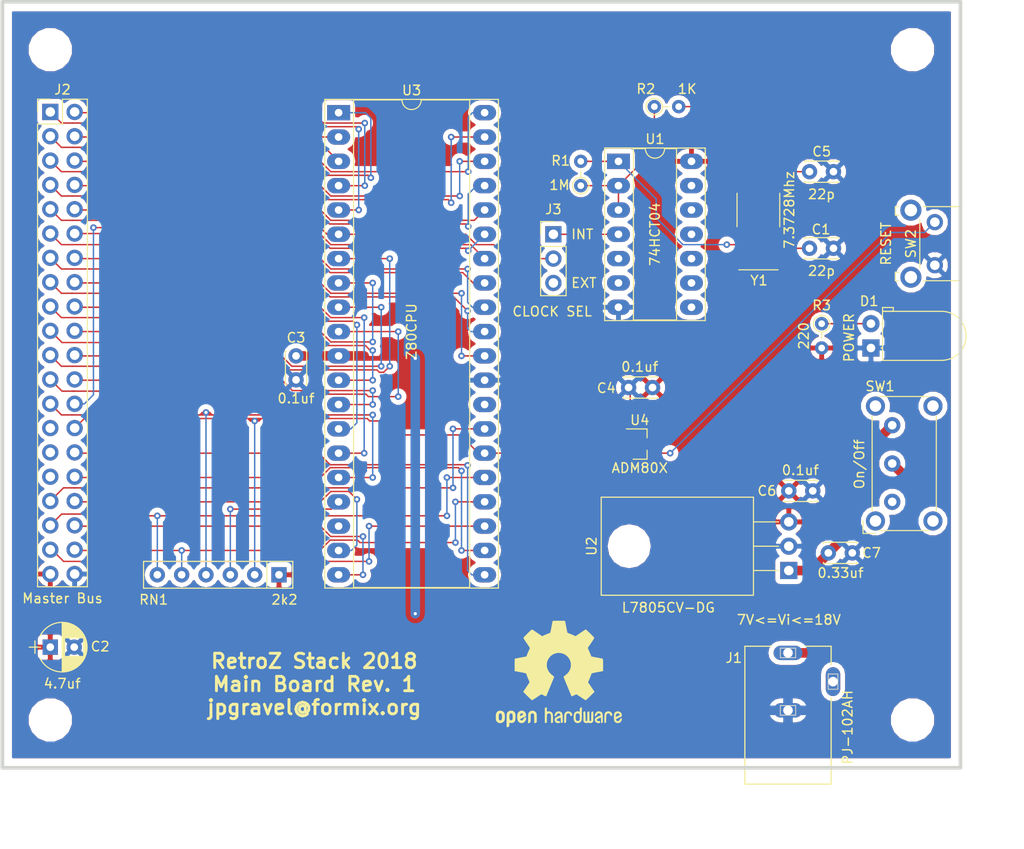
<source format=kicad_pcb>
(kicad_pcb (version 4) (host pcbnew 4.0.7)
  (title_block (title "RetroZ Stack Main") (date 2018-09-04) (rev 1) (company formix.org) (comment 1 jpgravel@formix.org) (comment 2 "Jean-Philippe Gravel, P.Eng."))
  (layers (0 F.Cu jumper) (31 B.Cu signal) (34 B.Paste user) (35 F.Paste user) (36 B.SilkS user) (37 F.SilkS user) (38 B.Mask user) (39 F.Mask user) (44 Edge.Cuts user))
  (net 0 "")
  (net 1 "Net-(C1-Pad1)")
  (net 2 GND)
  (net 3 VCC)
  (net 4 "Net-(D1-Pad2)")
  (net 5 /A15)
  (net 6 /A14)
  (net 7 /A13)
  (net 8 /A12)
  (net 9 /A11)
  (net 10 /A10)
  (net 11 /A9)
  (net 12 /A8)
  (net 13 /A7)
  (net 14 /A6)
  (net 15 /A5)
  (net 16 /A4)
  (net 17 /A3)
  (net 18 /A2)
  (net 19 /A1)
  (net 20 /A0)
  (net 21 /D0)
  (net 22 /D1)
  (net 23 /D2)
  (net 24 /D3)
  (net 25 /D4)
  (net 26 /D5)
  (net 27 /D6)
  (net 28 /D7)
  (net 29 ~INT)
  (net 30 CLK)
  (net 31 ~RESET)
  (net 32 ~RD)
  (net 33 ~WR)
  (net 34 ~M1)
  (net 35 ~MREQ)
  (net 36 ~IORQ)
  (net 37 ~WAIT)
  (net 38 "Net-(R1-Pad1)")
  (net 39 "Net-(C5-Pad1)")
  (net 40 "Net-(C7-Pad1)")
  (net 41 "Net-(J1-Pad3)")
  (net 42 "Net-(SW1-Pad1)")
  (net 43 "Net-(U3-Pad28)")
  (net 44 "Net-(U3-Pad18)")
  (net 45 "Net-(J2-Pad29)")
  (net 46 "Net-(J2-Pad31)")
  (net 47 ~BUSRQ)
  (net 48 ~BUSACK)
  (net 49 "Net-(J2-Pad27)")
  (net 50 "Net-(RN1-Pad3)")
  (net 51 "Net-(J1-Pad1)")
  (net 52 "Net-(J3-Pad1)")
  (net 53 "Net-(J3-Pad3)")
  (module Housings_DIP:DIP-40_W15.24mm_Socket_LongPads (layer F.Cu) (at 125.095 68.58)
    (fp_text reference U3 (at 7.62 -2.33) (layer F.SilkS))
    (fp_text value Z80CPU (at 7.62 22.86 90) (layer F.SilkS))
    (pad 1 thru_hole rect (at 0 0) (size 2.4 1.6) (drill 0.8) (layers *.Cu *.Mask) (net 9 /A11))
    (pad 21 thru_hole oval (at 15.24 48.26) (size 2.4 1.6) (drill 0.8) (layers *.Cu *.Mask) (net 32 ~RD))
    (pad 2 thru_hole oval (at 0 2.54) (size 2.4 1.6) (drill 0.8) (layers *.Cu *.Mask) (net 8 /A12))
    (pad 22 thru_hole oval (at 15.24 45.72) (size 2.4 1.6) (drill 0.8) (layers *.Cu *.Mask) (net 33 ~WR))
    (pad 3 thru_hole oval (at 0 5.08) (size 2.4 1.6) (drill 0.8) (layers *.Cu *.Mask) (net 7 /A13))
    (pad 23 thru_hole oval (at 15.24 43.18) (size 2.4 1.6) (drill 0.8) (layers *.Cu *.Mask) (net 48 ~BUSACK))
    (pad 4 thru_hole oval (at 0 7.62) (size 2.4 1.6) (drill 0.8) (layers *.Cu *.Mask) (net 6 /A14))
    (pad 24 thru_hole oval (at 15.24 40.64) (size 2.4 1.6) (drill 0.8) (layers *.Cu *.Mask) (net 37 ~WAIT))
    (pad 5 thru_hole oval (at 0 10.16) (size 2.4 1.6) (drill 0.8) (layers *.Cu *.Mask) (net 5 /A15))
    (pad 25 thru_hole oval (at 15.24 38.1) (size 2.4 1.6) (drill 0.8) (layers *.Cu *.Mask) (net 47 ~BUSRQ))
    (pad 6 thru_hole oval (at 0 12.7) (size 2.4 1.6) (drill 0.8) (layers *.Cu *.Mask) (net 30 CLK))
    (pad 26 thru_hole oval (at 15.24 35.56) (size 2.4 1.6) (drill 0.8) (layers *.Cu *.Mask) (net 31 ~RESET))
    (pad 7 thru_hole oval (at 0 15.24) (size 2.4 1.6) (drill 0.8) (layers *.Cu *.Mask) (net 25 /D4))
    (pad 27 thru_hole oval (at 15.24 33.02) (size 2.4 1.6) (drill 0.8) (layers *.Cu *.Mask) (net 34 ~M1))
    (pad 8 thru_hole oval (at 0 17.78) (size 2.4 1.6) (drill 0.8) (layers *.Cu *.Mask) (net 24 /D3))
    (pad 28 thru_hole oval (at 15.24 30.48) (size 2.4 1.6) (drill 0.8) (layers *.Cu *.Mask) (net 43 "Net-(U3-Pad28)"))
    (pad 9 thru_hole oval (at 0 20.32) (size 2.4 1.6) (drill 0.8) (layers *.Cu *.Mask) (net 26 /D5))
    (pad 29 thru_hole oval (at 15.24 27.94) (size 2.4 1.6) (drill 0.8) (layers *.Cu *.Mask) (net 2 GND))
    (pad 10 thru_hole oval (at 0 22.86) (size 2.4 1.6) (drill 0.8) (layers *.Cu *.Mask) (net 27 /D6))
    (pad 30 thru_hole oval (at 15.24 25.4) (size 2.4 1.6) (drill 0.8) (layers *.Cu *.Mask) (net 20 /A0))
    (pad 11 thru_hole oval (at 0 25.4) (size 2.4 1.6) (drill 0.8) (layers *.Cu *.Mask) (net 3 VCC))
    (pad 31 thru_hole oval (at 15.24 22.86) (size 2.4 1.6) (drill 0.8) (layers *.Cu *.Mask) (net 19 /A1))
    (pad 12 thru_hole oval (at 0 27.94) (size 2.4 1.6) (drill 0.8) (layers *.Cu *.Mask) (net 23 /D2))
    (pad 32 thru_hole oval (at 15.24 20.32) (size 2.4 1.6) (drill 0.8) (layers *.Cu *.Mask) (net 18 /A2))
    (pad 13 thru_hole oval (at 0 30.48) (size 2.4 1.6) (drill 0.8) (layers *.Cu *.Mask) (net 28 /D7))
    (pad 33 thru_hole oval (at 15.24 17.78) (size 2.4 1.6) (drill 0.8) (layers *.Cu *.Mask) (net 17 /A3))
    (pad 14 thru_hole oval (at 0 33.02) (size 2.4 1.6) (drill 0.8) (layers *.Cu *.Mask) (net 21 /D0))
    (pad 34 thru_hole oval (at 15.24 15.24) (size 2.4 1.6) (drill 0.8) (layers *.Cu *.Mask) (net 16 /A4))
    (pad 15 thru_hole oval (at 0 35.56) (size 2.4 1.6) (drill 0.8) (layers *.Cu *.Mask) (net 22 /D1))
    (pad 35 thru_hole oval (at 15.24 12.7) (size 2.4 1.6) (drill 0.8) (layers *.Cu *.Mask) (net 15 /A5))
    (pad 16 thru_hole oval (at 0 38.1) (size 2.4 1.6) (drill 0.8) (layers *.Cu *.Mask) (net 29 ~INT))
    (pad 36 thru_hole oval (at 15.24 10.16) (size 2.4 1.6) (drill 0.8) (layers *.Cu *.Mask) (net 14 /A6))
    (pad 17 thru_hole oval (at 0 40.64) (size 2.4 1.6) (drill 0.8) (layers *.Cu *.Mask) (net 50 "Net-(RN1-Pad3)"))
    (pad 37 thru_hole oval (at 15.24 7.62) (size 2.4 1.6) (drill 0.8) (layers *.Cu *.Mask) (net 13 /A7))
    (pad 18 thru_hole oval (at 0 43.18) (size 2.4 1.6) (drill 0.8) (layers *.Cu *.Mask) (net 44 "Net-(U3-Pad18)"))
    (pad 38 thru_hole oval (at 15.24 5.08) (size 2.4 1.6) (drill 0.8) (layers *.Cu *.Mask) (net 12 /A8))
    (pad 19 thru_hole oval (at 0 45.72) (size 2.4 1.6) (drill 0.8) (layers *.Cu *.Mask) (net 35 ~MREQ))
    (pad 39 thru_hole oval (at 15.24 2.54) (size 2.4 1.6) (drill 0.8) (layers *.Cu *.Mask) (net 11 /A9))
    (pad 20 thru_hole oval (at 0 48.26) (size 2.4 1.6) (drill 0.8) (layers *.Cu *.Mask) (net 36 ~IORQ))
    (pad 40 thru_hole oval (at 15.24 0) (size 2.4 1.6) (drill 0.8) (layers *.Cu *.Mask) (net 10 /A10))
  )
  (module Capacitors_THT:C_Disc_D3.4mm_W2.1mm_P2.50mm (layer F.Cu) (at 174.244 82.7405)
    (fp_text reference C1 (at 1.2065 -1.9685) (layer F.SilkS))
    (fp_text value 22p (at 1.25 2.36) (layer F.SilkS))
    (pad 1 thru_hole circle (at 0 0) (size 1.6 1.6) (drill 0.8) (layers *.Cu *.Mask) (net 1 "Net-(C1-Pad1)"))
    (pad 2 thru_hole circle (at 2.5 0) (size 1.6 1.6) (drill 0.8) (layers *.Cu *.Mask) (net 2 GND))
  )
  (module Capacitors_THT:C_Disc_D3.4mm_W2.1mm_P2.50mm (layer F.Cu) (at 120.65 93.98 270)
    (fp_text reference C3 (at -1.905 0 360) (layer F.SilkS))
    (fp_text value 0.1uf (at 4.445 0 360) (layer F.SilkS))
    (pad 1 thru_hole circle (at 0 0 270) (size 1.6 1.6) (drill 0.8) (layers *.Cu *.Mask) (net 3 VCC))
    (pad 2 thru_hole circle (at 2.5 0 270) (size 1.6 1.6) (drill 0.8) (layers *.Cu *.Mask) (net 2 GND))
  )
  (module Capacitors_THT:C_Disc_D3.4mm_W2.1mm_P2.50mm (layer F.Cu) (at 157.861 97.282 180)
    (fp_text reference C4 (at 4.826 -0.0635 360) (layer F.SilkS))
    (fp_text value 0.1uf (at 1.3335 2.159 360) (layer F.SilkS))
    (pad 1 thru_hole circle (at 0 0 180) (size 1.6 1.6) (drill 0.8) (layers *.Cu *.Mask) (net 3 VCC))
    (pad 2 thru_hole circle (at 2.5 0 180) (size 1.6 1.6) (drill 0.8) (layers *.Cu *.Mask) (net 2 GND))
  )
  (module Capacitors_THT:C_Disc_D3.4mm_W2.1mm_P2.50mm (layer F.Cu) (at 174.244 74.7395)
    (fp_text reference C5 (at 1.27 -2.0955) (layer F.SilkS))
    (fp_text value 22p (at 1.25 2.36) (layer F.SilkS))
    (pad 1 thru_hole circle (at 0 0) (size 1.6 1.6) (drill 0.8) (layers *.Cu *.Mask) (net 39 "Net-(C5-Pad1)"))
    (pad 2 thru_hole circle (at 2.5 0) (size 1.6 1.6) (drill 0.8) (layers *.Cu *.Mask) (net 2 GND))
  )
  (module Capacitors_THT:C_Disc_D3.4mm_W2.1mm_P2.50mm (layer F.Cu) (at 172.085 108.077)
    (fp_text reference C6 (at -2.286 0) (layer F.SilkS))
    (fp_text value 0.1uf (at 1.2065 -2.159) (layer F.SilkS))
    (pad 1 thru_hole circle (at 0 0) (size 1.6 1.6) (drill 0.8) (layers *.Cu *.Mask) (net 3 VCC))
    (pad 2 thru_hole circle (at 2.5 0) (size 1.6 1.6) (drill 0.8) (layers *.Cu *.Mask) (net 2 GND))
  )
  (module Capacitors_THT:C_Disc_D3.4mm_W2.1mm_P2.50mm (layer F.Cu) (at 176.2125 114.554)
    (fp_text reference C7 (at 4.5085 0) (layer F.SilkS))
    (fp_text value 0.33uf (at 1.27 2.0955) (layer F.SilkS))
    (pad 1 thru_hole circle (at 0 0) (size 1.6 1.6) (drill 0.8) (layers *.Cu *.Mask) (net 40 "Net-(C7-Pad1)"))
    (pad 2 thru_hole circle (at 2.5 0) (size 1.6 1.6) (drill 0.8) (layers *.Cu *.Mask) (net 2 GND))
  )
  (module PJ-102A:CUI_PJ-102A (layer F.Cu) (at 172 128 180)
    (fp_text reference J1 (at 5.6515 2.4765 360) (layer F.SilkS))
    (fp_text value PJ-102AH (at -6.223 -4.7625 270) (layer F.SilkS))
    (fp_line (start -5.2 -0.8) (end -4.2 -0.8) (layer Edge.Cuts) (width 0))
    (fp_line (start -4.2 -0.8) (end -4.2 0.8) (layer Edge.Cuts) (width 0))
    (fp_line (start -4.2 0.8) (end -5.2 0.8) (layer Edge.Cuts) (width 0))
    (fp_line (start -5.2 0.8) (end -5.2 -0.8) (layer Edge.Cuts) (width 0))
    (fp_line (start -0.8 -2.5) (end -0.8 -3.5) (layer Edge.Cuts) (width 0))
    (fp_line (start -0.8 -3.5) (end 0.8 -3.5) (layer Edge.Cuts) (width 0))
    (fp_line (start 0.8 -3.5) (end 0.8 -2.5) (layer Edge.Cuts) (width 0))
    (fp_line (start 0.8 -2.5) (end -0.8 -2.5) (layer Edge.Cuts) (width 0))
    (fp_line (start -0.8 3.5) (end -0.8 2.5) (layer Edge.Cuts) (width 0))
    (fp_line (start -0.8 2.5) (end 0.8 2.5) (layer Edge.Cuts) (width 0))
    (fp_line (start 0.8 2.5) (end 0.8 3.5) (layer Edge.Cuts) (width 0))
    (fp_line (start 0.8 3.5) (end -0.8 3.5) (layer Edge.Cuts) (width 0))
    (pad 2 thru_hole oval (at 0 -3 180) (size 3.016 1.508) (drill 1) (layers *.Cu *.Mask) (net 2 GND))
    (pad 1 thru_hole oval (at 0 3 180) (size 3.016 1.508) (drill 1) (layers *.Cu *.Mask) (net 51 "Net-(J1-Pad1)"))
    (pad 3 thru_hole oval (at -4.7 0 270) (size 3.016 1.508) (drill 1) (layers *.Cu *.Mask) (net 41 "Net-(J1-Pad3)"))
  )
  (module Pin_Headers:Pin_Header_Straight_2x20_Pitch2.54mm (layer F.Cu) (at 95 68.5)
    (fp_text reference J2 (at 1.27 -2.33) (layer F.SilkS))
    (fp_text value "Master Bus" (at 1.27 50.8) (layer F.SilkS))
    (pad 1 thru_hole rect (at 0 0) (size 1.7 1.7) (drill 1) (layers *.Cu *.Mask) (net 5 /A15))
    (pad 2 thru_hole oval (at 2.54 0) (size 1.7 1.7) (drill 1) (layers *.Cu *.Mask) (net 6 /A14))
    (pad 3 thru_hole oval (at 0 2.54) (size 1.7 1.7) (drill 1) (layers *.Cu *.Mask) (net 7 /A13))
    (pad 4 thru_hole oval (at 2.54 2.54) (size 1.7 1.7) (drill 1) (layers *.Cu *.Mask) (net 8 /A12))
    (pad 5 thru_hole oval (at 0 5.08) (size 1.7 1.7) (drill 1) (layers *.Cu *.Mask) (net 9 /A11))
    (pad 6 thru_hole oval (at 2.54 5.08) (size 1.7 1.7) (drill 1) (layers *.Cu *.Mask) (net 10 /A10))
    (pad 7 thru_hole oval (at 0 7.62) (size 1.7 1.7) (drill 1) (layers *.Cu *.Mask) (net 11 /A9))
    (pad 8 thru_hole oval (at 2.54 7.62) (size 1.7 1.7) (drill 1) (layers *.Cu *.Mask) (net 12 /A8))
    (pad 9 thru_hole oval (at 0 10.16) (size 1.7 1.7) (drill 1) (layers *.Cu *.Mask) (net 13 /A7))
    (pad 10 thru_hole oval (at 2.54 10.16) (size 1.7 1.7) (drill 1) (layers *.Cu *.Mask) (net 14 /A6))
    (pad 11 thru_hole oval (at 0 12.7) (size 1.7 1.7) (drill 1) (layers *.Cu *.Mask) (net 15 /A5))
    (pad 12 thru_hole oval (at 2.54 12.7) (size 1.7 1.7) (drill 1) (layers *.Cu *.Mask) (net 16 /A4))
    (pad 13 thru_hole oval (at 0 15.24) (size 1.7 1.7) (drill 1) (layers *.Cu *.Mask) (net 17 /A3))
    (pad 14 thru_hole oval (at 2.54 15.24) (size 1.7 1.7) (drill 1) (layers *.Cu *.Mask) (net 18 /A2))
    (pad 15 thru_hole oval (at 0 17.78) (size 1.7 1.7) (drill 1) (layers *.Cu *.Mask) (net 19 /A1))
    (pad 16 thru_hole oval (at 2.54 17.78) (size 1.7 1.7) (drill 1) (layers *.Cu *.Mask) (net 20 /A0))
    (pad 17 thru_hole oval (at 0 20.32) (size 1.7 1.7) (drill 1) (layers *.Cu *.Mask) (net 21 /D0))
    (pad 18 thru_hole oval (at 2.54 20.32) (size 1.7 1.7) (drill 1) (layers *.Cu *.Mask) (net 22 /D1))
    (pad 19 thru_hole oval (at 0 22.86) (size 1.7 1.7) (drill 1) (layers *.Cu *.Mask) (net 23 /D2))
    (pad 20 thru_hole oval (at 2.54 22.86) (size 1.7 1.7) (drill 1) (layers *.Cu *.Mask) (net 24 /D3))
    (pad 21 thru_hole oval (at 0 25.4) (size 1.7 1.7) (drill 1) (layers *.Cu *.Mask) (net 25 /D4))
    (pad 22 thru_hole oval (at 2.54 25.4) (size 1.7 1.7) (drill 1) (layers *.Cu *.Mask) (net 26 /D5))
    (pad 23 thru_hole oval (at 0 27.94) (size 1.7 1.7) (drill 1) (layers *.Cu *.Mask) (net 27 /D6))
    (pad 24 thru_hole oval (at 2.54 27.94) (size 1.7 1.7) (drill 1) (layers *.Cu *.Mask) (net 28 /D7))
    (pad 25 thru_hole oval (at 0 30.48) (size 1.7 1.7) (drill 1) (layers *.Cu *.Mask) (net 29 ~INT))
    (pad 26 thru_hole oval (at 2.54 30.48) (size 1.7 1.7) (drill 1) (layers *.Cu *.Mask) (net 30 CLK))
    (pad 27 thru_hole oval (at 0 33.02) (size 1.7 1.7) (drill 1) (layers *.Cu *.Mask) (net 49 "Net-(J2-Pad27)"))
    (pad 28 thru_hole oval (at 2.54 33.02) (size 1.7 1.7) (drill 1) (layers *.Cu *.Mask) (net 31 ~RESET))
    (pad 29 thru_hole oval (at 0 35.56) (size 1.7 1.7) (drill 1) (layers *.Cu *.Mask) (net 45 "Net-(J2-Pad29)"))
    (pad 30 thru_hole oval (at 2.54 35.56) (size 1.7 1.7) (drill 1) (layers *.Cu *.Mask) (net 32 ~RD))
    (pad 31 thru_hole oval (at 0 38.1) (size 1.7 1.7) (drill 1) (layers *.Cu *.Mask) (net 46 "Net-(J2-Pad31)"))
    (pad 32 thru_hole oval (at 2.54 38.1) (size 1.7 1.7) (drill 1) (layers *.Cu *.Mask) (net 33 ~WR))
    (pad 33 thru_hole oval (at 0 40.64) (size 1.7 1.7) (drill 1) (layers *.Cu *.Mask) (net 34 ~M1))
    (pad 34 thru_hole oval (at 2.54 40.64) (size 1.7 1.7) (drill 1) (layers *.Cu *.Mask) (net 35 ~MREQ))
    (pad 35 thru_hole oval (at 0 43.18) (size 1.7 1.7) (drill 1) (layers *.Cu *.Mask) (net 47 ~BUSRQ))
    (pad 36 thru_hole oval (at 2.54 43.18) (size 1.7 1.7) (drill 1) (layers *.Cu *.Mask) (net 36 ~IORQ))
    (pad 37 thru_hole oval (at 0 45.72) (size 1.7 1.7) (drill 1) (layers *.Cu *.Mask) (net 48 ~BUSACK))
    (pad 38 thru_hole oval (at 2.54 45.72) (size 1.7 1.7) (drill 1) (layers *.Cu *.Mask) (net 37 ~WAIT))
    (pad 39 thru_hole oval (at 0 48.26) (size 1.7 1.7) (drill 1) (layers *.Cu *.Mask) (net 3 VCC))
    (pad 40 thru_hole oval (at 2.54 48.26) (size 1.7 1.7) (drill 1) (layers *.Cu *.Mask) (net 2 GND))
  )
  (module Resistors_THT:R_Axial_DIN0204_L3.6mm_D1.6mm_P2.54mm_Vertical (layer F.Cu) (at 150.368 76.2 90)
    (fp_text reference R1 (at 2.6035 -2.0955 180) (layer F.SilkS))
    (fp_text value 1M (at 0.0635 -2.2225 180) (layer F.SilkS))
    (pad 1 thru_hole circle (at 0 0 90) (size 1.4 1.4) (drill 0.7) (layers *.Cu *.Mask) (net 38 "Net-(R1-Pad1)"))
    (pad 2 thru_hole oval (at 2.54 0 90) (size 1.4 1.4) (drill 0.7) (layers *.Cu *.Mask) (net 1 "Net-(C1-Pad1)"))
  )
  (module Resistors_THT:R_Axial_DIN0204_L3.6mm_D1.6mm_P2.54mm_Vertical (layer F.Cu) (at 158.0515 67.945)
    (fp_text reference R2 (at -0.889 -1.8415) (layer F.SilkS))
    (fp_text value 1K (at 3.429 -1.8415) (layer F.SilkS))
    (pad 1 thru_hole circle (at 0 0) (size 1.4 1.4) (drill 0.7) (layers *.Cu *.Mask) (net 38 "Net-(R1-Pad1)"))
    (pad 2 thru_hole oval (at 2.54 0) (size 1.4 1.4) (drill 0.7) (layers *.Cu *.Mask) (net 39 "Net-(C5-Pad1)"))
  )
  (module Resistors_THT:R_Axial_DIN0204_L3.6mm_D1.6mm_P2.54mm_Vertical (layer F.Cu) (at 175.514 90.6145 270)
    (fp_text reference R3 (at -1.905 0 360) (layer F.SilkS))
    (fp_text value 220 (at 1.27 1.86 270) (layer F.SilkS))
    (pad 1 thru_hole circle (at 0 0 270) (size 1.4 1.4) (drill 0.7) (layers *.Cu *.Mask) (net 4 "Net-(D1-Pad2)"))
    (pad 2 thru_hole oval (at 2.54 0 270) (size 1.4 1.4) (drill 0.7) (layers *.Cu *.Mask) (net 3 VCC))
  )
  (module Resistors_THT:R_Array_SIP6 (layer F.Cu) (at 118.872 116.84 180)
    (fp_text reference RN1 (at 13.081 -2.6035 360) (layer F.SilkS))
    (fp_text value 2k2 (at -0.5715 -2.6035 180) (layer F.SilkS))
    (pad 1 thru_hole rect (at 0 0 180) (size 1.6 1.6) (drill 0.8) (layers *.Cu *.Mask) (net 3 VCC))
    (pad 2 thru_hole oval (at 2.54 0 180) (size 1.6 1.6) (drill 0.8) (layers *.Cu *.Mask) (net 31 ~RESET))
    (pad 3 thru_hole oval (at 5.08 0 180) (size 1.6 1.6) (drill 0.8) (layers *.Cu *.Mask) (net 50 "Net-(RN1-Pad3)"))
    (pad 4 thru_hole oval (at 7.62 0 180) (size 1.6 1.6) (drill 0.8) (layers *.Cu *.Mask) (net 29 ~INT))
    (pad 5 thru_hole oval (at 10.16 0 180) (size 1.6 1.6) (drill 0.8) (layers *.Cu *.Mask) (net 37 ~WAIT))
    (pad 6 thru_hole oval (at 12.7 0 180) (size 1.6 1.6) (drill 0.8) (layers *.Cu *.Mask) (net 47 ~BUSRQ))
  )
  (module Buttons_Switches_THT:SW_E-Switch_EG1224_SPDT_Angled (layer F.Cu) (at 182.88 109.22 90)
    (fp_text reference SW1 (at 12.065 -1.27 180) (layer F.SilkS))
    (fp_text value On/Off (at 3.937 -3.429 90) (layer F.SilkS))
    (pad "" thru_hole circle (at -2 -1.75 90) (size 2 2) (drill 1.2) (layers *.Cu *.Mask))
    (pad "" thru_hole circle (at 10 -1.75 90) (size 2 2) (drill 1.2) (layers *.Cu *.Mask))
    (pad "" thru_hole circle (at 10 4.25 90) (size 2 2) (drill 1.2) (layers *.Cu *.Mask))
    (pad "" thru_hole circle (at -2 4.25 90) (size 2 2) (drill 1.2) (layers *.Cu *.Mask))
    (pad 1 thru_hole circle (at 0 0 90) (size 1.7 1.7) (drill 0.9) (layers *.Cu *.Mask) (net 42 "Net-(SW1-Pad1)"))
    (pad 2 thru_hole circle (at 4 0 90) (size 1.7 1.7) (drill 0.9) (layers *.Cu *.Mask) (net 51 "Net-(J1-Pad1)"))
    (pad 3 thru_hole circle (at 8 0 90) (size 1.7 1.7) (drill 0.9) (layers *.Cu *.Mask) (net 40 "Net-(C7-Pad1)"))
  )
  (module Buttons_Switches_THT:SW_Tactile_SKHH_Angled (layer F.Cu) (at 187.325 80.01 270)
    (fp_text reference SW2 (at 2.25 2.5 270) (layer F.SilkS))
    (fp_text value RESET (at 2.25 5.09 270) (layer F.SilkS))
    (pad "" thru_hole circle (at 5.75 2.5 90) (size 2.2 2.2) (drill 1.3) (layers *.Cu *.Mask))
    (pad "" thru_hole circle (at -1.25 2.5 90) (size 2.2 2.2) (drill 1.3) (layers *.Cu *.Mask))
    (pad 2 thru_hole circle (at 4.5 0 90) (size 1.7 1.7) (drill 1) (layers *.Cu *.Mask) (net 2 GND))
    (pad 1 thru_hole circle (at 0 0 90) (size 1.7 1.7) (drill 1) (layers *.Cu *.Mask) (net 31 ~RESET))
  )
  (module Housings_DIP:DIP-14_W7.62mm_Socket_LongPads (layer F.Cu) (at 154.305 73.66)
    (fp_text reference U1 (at 3.81 -2.33) (layer F.SilkS))
    (fp_text value 74HCT04 (at 3.81 7.62 90) (layer F.SilkS))
    (pad 1 thru_hole rect (at 0 0) (size 2.4 1.6) (drill 0.8) (layers *.Cu *.Mask) (net 1 "Net-(C1-Pad1)"))
    (pad 8 thru_hole oval (at 7.62 15.24) (size 2.4 1.6) (drill 0.8) (layers *.Cu *.Mask))
    (pad 2 thru_hole oval (at 0 2.54) (size 2.4 1.6) (drill 0.8) (layers *.Cu *.Mask) (net 38 "Net-(R1-Pad1)"))
    (pad 9 thru_hole oval (at 7.62 12.7) (size 2.4 1.6) (drill 0.8) (layers *.Cu *.Mask))
    (pad 3 thru_hole oval (at 0 5.08) (size 2.4 1.6) (drill 0.8) (layers *.Cu *.Mask) (net 38 "Net-(R1-Pad1)"))
    (pad 10 thru_hole oval (at 7.62 10.16) (size 2.4 1.6) (drill 0.8) (layers *.Cu *.Mask))
    (pad 4 thru_hole oval (at 0 7.62) (size 2.4 1.6) (drill 0.8) (layers *.Cu *.Mask) (net 52 "Net-(J3-Pad1)"))
    (pad 11 thru_hole oval (at 7.62 7.62) (size 2.4 1.6) (drill 0.8) (layers *.Cu *.Mask))
    (pad 5 thru_hole oval (at 0 10.16) (size 2.4 1.6) (drill 0.8) (layers *.Cu *.Mask))
    (pad 12 thru_hole oval (at 7.62 5.08) (size 2.4 1.6) (drill 0.8) (layers *.Cu *.Mask))
    (pad 6 thru_hole oval (at 0 12.7) (size 2.4 1.6) (drill 0.8) (layers *.Cu *.Mask))
    (pad 13 thru_hole oval (at 7.62 2.54) (size 2.4 1.6) (drill 0.8) (layers *.Cu *.Mask))
    (pad 7 thru_hole oval (at 0 15.24) (size 2.4 1.6) (drill 0.8) (layers *.Cu *.Mask) (net 2 GND))
    (pad 14 thru_hole oval (at 7.62 0) (size 2.4 1.6) (drill 0.8) (layers *.Cu *.Mask) (net 3 VCC))
  )
  (module Crystals:Crystal_SMD_SeikoEpson_MC405-2pin_9.6x4.1mm (layer F.Cu) (at 168.91 78.74 90)
    (fp_text reference Y1 (at -7.366 0.0635 180) (layer F.SilkS))
    (fp_text value 7.3728Mhz (at 0 3.23 90) (layer F.SilkS))
    (pad 1 smd rect (at -4 0 90) (size 4.1 4.1) (layers F.Cu F.Paste F.Mask) (net 1 "Net-(C1-Pad1)"))
    (pad 2 smd rect (at 4 0 90) (size 4.1 4.1) (layers F.Cu F.Paste F.Mask) (net 39 "Net-(C5-Pad1)"))
  )
  (module TO_SOT_Packages_THT:TO-220-3_Horizontal (layer F.Cu) (at 172.085 116.3955 90)
    (fp_text reference U2 (at 2.54 -20.58 90) (layer F.SilkS))
    (fp_text value L7805CV-DG (at -3.8735 -12.573 180) (layer F.SilkS))
    (pad 0 np_thru_hole oval (at 2.54 -16.66 90) (size 3.5 3.5) (drill 3.5) (layers *.Cu *.Mask))
    (pad 1 thru_hole rect (at 0 0 90) (size 1.8 1.8) (drill 1) (layers *.Cu *.Mask) (net 40 "Net-(C7-Pad1)"))
    (pad 2 thru_hole oval (at 2.54 0 90) (size 1.8 1.8) (drill 1) (layers *.Cu *.Mask) (net 2 GND))
    (pad 3 thru_hole oval (at 5.08 0 90) (size 1.8 1.8) (drill 1) (layers *.Cu *.Mask) (net 3 VCC))
  )
  (module Capacitors_THT:CP_Radial_D5.0mm_P2.50mm (layer F.Cu) (at 94.996 124.3965)
    (fp_text reference C2 (at 5.207 -0.0635) (layer F.SilkS))
    (fp_text value 4.7uf (at 1.25 3.81) (layer F.SilkS))
    (pad 1 thru_hole rect (at 0 0) (size 1.6 1.6) (drill 0.8) (layers *.Cu *.Mask) (net 3 VCC))
    (pad 2 thru_hole circle (at 2.5 0) (size 1.6 1.6) (drill 0.8) (layers *.Cu *.Mask) (net 2 GND))
  )
  (module Pin_Headers:Pin_Header_Straight_1x03_Pitch2.54mm (layer F.Cu) (at 147.5105 81.28)
    (fp_text reference J3 (at 0 -2.6035) (layer F.SilkS))
    (fp_text value "CLOCK SEL" (at -0.127 8.0645) (layer F.SilkS))
    (pad 1 thru_hole rect (at 0 0) (size 1.7 1.7) (drill 1) (layers *.Cu *.Mask) (net 52 "Net-(J3-Pad1)"))
    (pad 2 thru_hole oval (at 0 2.54) (size 1.7 1.7) (drill 1) (layers *.Cu *.Mask) (net 30 CLK))
    (pad 3 thru_hole oval (at 0 5.08) (size 1.7 1.7) (drill 1) (layers *.Cu *.Mask) (net 53 "Net-(J3-Pad3)"))
  )
  (module Symbols:OSHW-Logo2_14.6x12mm_SilkScreen (layer F.Cu) (at 148.082 127.1905)
    (fp_text reference REF*** hide)
    (fp_text value OSHW-Logo2_14.6x12mm_SilkScreen hide)
  )
  (module EuroBoard_Outline:EuroBoard_halb_Type-I_100mmX80mm_holes (layer F.Cu) (at 90 137)
    (fp_text reference REF** hide)
    (fp_text value EuroBoard_halb_Type-I_100mmX80mm_holes)
    (fp_line (start 0 0) (end 0 -79.99984) (layer Edge.Cuts) (width 0.381))
    (fp_line (start 0 -79.99984) (end 99.9998 -79.99984) (layer Edge.Cuts) (width 0.381))
    (fp_line (start 99.9998 -79.99984) (end 99.9998 0) (layer Edge.Cuts) (width 0.381))
    (fp_line (start 99.9998 0) (end 0 0) (layer Edge.Cuts) (width 0.381))
    (pad "" np_thru_hole circle (at 5.00126 -5.00126) (size 3.50012 3.50012) (drill 3.50012) (layers *.Cu *.Mask))
    (pad "" np_thru_hole circle (at 5.00126 -75.00112) (size 3.50012 3.50012) (drill 3.50012) (layers *.Cu *.Mask))
    (pad "" np_thru_hole circle (at 95.00108 -75.00112) (size 3.50012 3.50012) (drill 3.50012) (layers *.Cu *.Mask))
    (pad "" np_thru_hole circle (at 95.00108 -5.00126) (size 3.50012 3.50012) (drill 3.50012) (layers *.Cu *.Mask))
  )
  (module TO_SOT_Packages_SMD:SOT-23 (layer F.Cu) (at 156.5275 103.1875)
    (fp_text reference U4 (at 0 -2.5) (layer F.SilkS))
    (fp_text value ADM80X (at 0 2.5) (layer F.SilkS))
    (pad 1 smd rect (at -1 -0.95) (size 0.9 0.8) (layers F.Cu F.Paste F.Mask) (net 2 GND))
    (pad 2 smd rect (at -1 0.95) (size 0.9 0.8) (layers F.Cu F.Paste F.Mask) (net 31 ~RESET))
    (pad 3 smd rect (at 1 0) (size 0.9 0.8) (layers F.Cu F.Paste F.Mask) (net 3 VCC))
  )
  (module LEDs:LED_D5.0mm_Horizontal_O1.27mm_Z3.0mm (layer F.Cu) (at 180.6575 93.1545 90)
    (fp_text reference D1 (at 4.8895 -0.1905 180) (layer F.SilkS))
    (fp_text value POWER (at 1.0795 -2.286 90) (layer F.SilkS))
    (pad 1 thru_hole rect (at 0 0 90) (size 1.8 1.8) (drill 0.9) (layers *.Cu *.Mask) (net 2 GND))
    (pad 2 thru_hole circle (at 2.54 0 90) (size 1.8 1.8) (drill 0.9) (layers *.Cu *.Mask) (net 4 "Net-(D1-Pad2)"))
  )
  (gr_text " 7V<=Vi<=18V" (at 171.704 121.539) (layer F.SilkS) (effects (font (size 1 1))))
  (gr_text EXT (at 149.2885 86.36) (layer F.SilkS) (effects (font (size 1 1)) (justify left)))
  (gr_text INT (at 149.2885 81.28) (layer F.SilkS) (effects (font (size 1 1)) (justify left)))
  (gr_text "RetroZ Stack 2018\nMain Board Rev. 1\njpgravel@formix.org\n" (at 122.555 128.27) (layer F.SilkS) (effects (font (size 1.5 1.5) (thickness 0.3))))
  (segment (start 168.5295 82.3595) (end 165.608 82.3595) (width 0.1524) (layer F.Cu) (net 1))
  (segment (start 158.242 77.597) (end 154.305 73.66) (width 0.1524) (layer B.Cu) (net 1))
  (segment (start 158.242 79.5655) (end 158.242 77.597) (width 0.1524) (layer B.Cu) (net 1))
  (segment (start 161.036 82.3595) (end 158.242 79.5655) (width 0.1524) (layer B.Cu) (net 1))
  (segment (start 165.608 82.3595) (end 161.036 82.3595) (width 0.1524) (layer B.Cu) (net 1))
  (via (at 165.608 82.3595) (size 0.6858) (drill 0.3302) (layers F.Cu B.Cu) (net 1))
  (segment (start 168.5295 82.3595) (end 168.91 82.74) (width 0.1524) (layer F.Cu) (net 1))
  (segment (start 150.368 73.66) (end 154.305 73.66) (width 0.1524) (layer F.Cu) (net 1))
  (segment (start 168.91 82.74) (end 174.2435 82.74) (width 0.1524) (layer F.Cu) (net 1))
  (segment (start 174.2435 82.74) (end 174.244 82.7405) (width 0.1524) (layer F.Cu) (net 1))
  (segment (start 167.64 84.01) (end 168.91 82.74) (width 0.254) (layer F.Cu) (net 1))
  (segment (start 168.5295 82.3595) (end 168.91 82.74) (width 0.254) (layer F.Cu) (net 1))
  (segment (start 172 131) (end 169.736 131) (width 1) (layer B.Cu) (net 2))
  (segment (start 169.736 131) (end 169.7355 131.0005) (width 1) (layer B.Cu) (net 2))
  (segment (start 172 131) (end 174.18 131) (width 1) (layer B.Cu) (net 2))
  (segment (start 174.18 131) (end 174.1805 131.0005) (width 1) (layer B.Cu) (net 2))
  (segment (start 172 131) (end 172 132.9475) (width 1) (layer B.Cu) (net 2))
  (segment (start 172 131) (end 172 129.498) (width 1) (layer B.Cu) (net 2))
  (segment (start 155.5275 102.2375) (end 155.5275 97.4485) (width 0.1524) (layer F.Cu) (net 2))
  (segment (start 155.5275 97.4485) (end 155.361 97.282) (width 0.1524) (layer F.Cu) (net 2))
  (segment (start 125.095 93.98) (end 127.762 93.98) (width 1) (layer F.Cu) (net 3))
  (via (at 133.096 120.904) (size 0.6858) (drill 0.3302) (layers F.Cu B.Cu) (net 3))
  (segment (start 133.096 120.904) (end 133.096 117.602) (width 1) (layer B.Cu) (net 3))
  (segment (start 133.096 117.602) (end 133.096 94.234) (width 1) (layer B.Cu) (net 3))
  (via (at 133.096 94.234) (size 0.6858) (drill 0.3302) (layers F.Cu B.Cu) (net 3))
  (segment (start 120.65 93.98) (end 125.095 93.98) (width 1) (layer F.Cu) (net 3))
  (segment (start 128.016 94.234) (end 133.096 94.234) (width 0.5) (layer F.Cu) (net 3))
  (segment (start 127.762 93.98) (end 128.016 94.234) (width 0.5) (layer F.Cu) (net 3))
  (segment (start 175.514 90.6145) (end 180.6575 90.6145) (width 0.1524) (layer F.Cu) (net 4))
  (segment (start 97.282 69.6595) (end 96.1595 69.6595) (width 0.1524) (layer F.Cu) (net 5))
  (segment (start 97.282 69.6595) (end 123.063 69.6595) (width 0.1524) (layer F.Cu) (net 5))
  (segment (start 123.063 69.6595) (end 123.444 70.0405) (width 0.1524) (layer F.Cu) (net 5))
  (segment (start 123.444 70.0405) (end 126.9365 70.0405) (width 0.1524) (layer F.Cu) (net 5))
  (segment (start 126.9365 70.0405) (end 127.1905 70.2945) (width 0.1524) (layer F.Cu) (net 5))
  (via (at 127.1905 70.2945) (size 0.6858) (drill 0.3302) (layers F.Cu B.Cu) (net 5))
  (segment (start 127.1905 70.2945) (end 127.1905 78.74) (width 0.1524) (layer B.Cu) (net 5))
  (via (at 127.1905 78.74) (size 0.6858) (drill 0.3302) (layers F.Cu B.Cu) (net 5))
  (segment (start 125.095 78.74) (end 127.1905 78.74) (width 0.1524) (layer F.Cu) (net 5))
  (segment (start 96.1595 69.6595) (end 95 68.5) (width 0.1524) (layer F.Cu) (net 5))
  (segment (start 97.79 68.58) (end 122.428 68.58) (width 0.1524) (layer F.Cu) (net 6))
  (segment (start 127.8255 76.2) (end 125.095 76.2) (width 0.1524) (layer F.Cu) (net 6))
  (via (at 127.8255 76.2) (size 0.6858) (drill 0.3302) (layers F.Cu B.Cu) (net 6))
  (segment (start 127.8255 69.6595) (end 127.8255 76.2) (width 0.1524) (layer B.Cu) (net 6))
  (via (at 127.8255 69.6595) (size 0.6858) (drill 0.3302) (layers F.Cu B.Cu) (net 6))
  (segment (start 123.5075 69.6595) (end 127.8255 69.6595) (width 0.1524) (layer F.Cu) (net 6))
  (segment (start 122.428 68.58) (end 123.5075 69.6595) (width 0.1524) (layer F.Cu) (net 6))
  (segment (start 97.282 72.1995) (end 96.1595 72.1995) (width 0.1524) (layer F.Cu) (net 7))
  (segment (start 97.282 72.1995) (end 123.6345 72.1995) (width 0.1524) (layer F.Cu) (net 7))
  (segment (start 125.095 73.66) (end 123.6345 72.1995) (width 0.1524) (layer F.Cu) (net 7))
  (segment (start 96.1595 72.1995) (end 95 71.04) (width 0.1524) (layer F.Cu) (net 7))
  (segment (start 97.79 71.12) (end 125.095 71.12) (width 0.1524) (layer F.Cu) (net 8))
  (segment (start 128.4605 69.1515) (end 127.889 68.58) (width 0.1524) (layer B.Cu) (net 9))
  (segment (start 95 73.58) (end 96.1595 74.7395) (width 0.1524) (layer F.Cu) (net 9))
  (segment (start 127.889 68.58) (end 125.095 68.58) (width 0.1524) (layer B.Cu) (net 9))
  (segment (start 97.2185 74.7395) (end 123.3805 74.7395) (width 0.1524) (layer F.Cu) (net 9))
  (segment (start 123.3805 74.7395) (end 123.7615 75.1205) (width 0.1524) (layer F.Cu) (net 9))
  (segment (start 123.7615 75.1205) (end 128.2065 75.1205) (width 0.1524) (layer F.Cu) (net 9))
  (segment (start 128.2065 75.1205) (end 128.4605 75.3745) (width 0.1524) (layer F.Cu) (net 9))
  (via (at 128.4605 75.3745) (size 0.6858) (drill 0.3302) (layers F.Cu B.Cu) (net 9))
  (segment (start 128.4605 75.3745) (end 128.4605 69.1515) (width 0.1524) (layer B.Cu) (net 9))
  (segment (start 97.2185 74.7395) (end 96.1595 74.7395) (width 0.1524) (layer F.Cu) (net 9))
  (segment (start 138.6205 69.0245) (end 139.065 68.58) (width 0.1524) (layer B.Cu) (net 10))
  (segment (start 97.79 73.66) (end 123.19 73.66) (width 0.1524) (layer F.Cu) (net 10))
  (segment (start 138.6205 74.7395) (end 138.6205 69.0245) (width 0.1524) (layer B.Cu) (net 10))
  (via (at 138.6205 74.7395) (size 0.6858) (drill 0.3302) (layers F.Cu B.Cu) (net 10))
  (segment (start 124.2695 74.7395) (end 138.6205 74.7395) (width 0.1524) (layer F.Cu) (net 10))
  (segment (start 123.19 73.66) (end 124.2695 74.7395) (width 0.1524) (layer F.Cu) (net 10))
  (segment (start 139.065 68.58) (end 140.335 68.58) (width 0.1524) (layer B.Cu) (net 10))
  (segment (start 97.282 77.2795) (end 96.1595 77.2795) (width 0.1524) (layer F.Cu) (net 11))
  (segment (start 97.282 77.2795) (end 123.6345 77.2795) (width 0.1524) (layer F.Cu) (net 11))
  (segment (start 123.6345 77.2795) (end 124.0155 77.6605) (width 0.1524) (layer F.Cu) (net 11))
  (segment (start 124.0155 77.6605) (end 136.525 77.6605) (width 0.1524) (layer F.Cu) (net 11))
  (segment (start 136.525 77.6605) (end 136.8425 77.978) (width 0.1524) (layer F.Cu) (net 11))
  (via (at 136.8425 77.978) (size 0.6858) (drill 0.3302) (layers F.Cu B.Cu) (net 11))
  (segment (start 136.8425 77.978) (end 136.8425 71.12) (width 0.1524) (layer B.Cu) (net 11))
  (via (at 136.8425 71.12) (size 0.6858) (drill 0.3302) (layers F.Cu B.Cu) (net 11))
  (segment (start 140.335 71.12) (end 136.8425 71.12) (width 0.1524) (layer F.Cu) (net 11))
  (segment (start 96.1595 77.2795) (end 95 76.12) (width 0.1524) (layer F.Cu) (net 11))
  (segment (start 97.79 76.2) (end 123.19 76.2) (width 0.1524) (layer F.Cu) (net 12))
  (segment (start 137.7315 73.66) (end 140.335 73.66) (width 0.1524) (layer F.Cu) (net 12))
  (via (at 137.7315 73.66) (size 0.6858) (drill 0.3302) (layers F.Cu B.Cu) (net 12))
  (segment (start 137.7315 77.2795) (end 137.7315 73.66) (width 0.1524) (layer B.Cu) (net 12))
  (via (at 137.7315 77.2795) (size 0.6858) (drill 0.3302) (layers F.Cu B.Cu) (net 12))
  (segment (start 124.2695 77.2795) (end 137.7315 77.2795) (width 0.1524) (layer F.Cu) (net 12))
  (segment (start 123.19 76.2) (end 124.2695 77.2795) (width 0.1524) (layer F.Cu) (net 12))
  (segment (start 97.282 79.8195) (end 96.1595 79.8195) (width 0.1524) (layer F.Cu) (net 13))
  (segment (start 97.282 79.8195) (end 123.7615 79.8195) (width 0.1524) (layer F.Cu) (net 13))
  (segment (start 123.7615 79.8195) (end 124.1425 80.2005) (width 0.1524) (layer F.Cu) (net 13))
  (segment (start 124.1425 80.2005) (end 138.3665 80.2005) (width 0.1524) (layer F.Cu) (net 13))
  (segment (start 138.3665 80.2005) (end 138.6205 80.4545) (width 0.1524) (layer F.Cu) (net 13))
  (via (at 138.6205 80.4545) (size 0.6858) (drill 0.3302) (layers F.Cu B.Cu) (net 13))
  (segment (start 138.6205 80.4545) (end 138.6205 77.089) (width 0.1524) (layer B.Cu) (net 13))
  (segment (start 139.5095 76.2) (end 138.6205 77.089) (width 0.1524) (layer B.Cu) (net 13))
  (segment (start 96.1595 79.8195) (end 95 78.66) (width 0.1524) (layer F.Cu) (net 13))
  (segment (start 139.5095 76.2) (end 140.335 76.2) (width 0.1524) (layer B.Cu) (net 13))
  (segment (start 97.79 78.74) (end 123.19 78.74) (width 0.1524) (layer F.Cu) (net 14))
  (segment (start 139.2555 79.8195) (end 140.335 78.74) (width 0.1524) (layer F.Cu) (net 14))
  (segment (start 124.2695 79.8195) (end 139.2555 79.8195) (width 0.1524) (layer F.Cu) (net 14))
  (segment (start 123.19 78.74) (end 124.2695 79.8195) (width 0.1524) (layer F.Cu) (net 14))
  (segment (start 97.282 82.3595) (end 96.1595 82.3595) (width 0.1524) (layer F.Cu) (net 15))
  (segment (start 97.282 82.3595) (end 123.825 82.3595) (width 0.1524) (layer F.Cu) (net 15))
  (segment (start 123.825 82.3595) (end 124.206 82.7405) (width 0.1524) (layer F.Cu) (net 15))
  (segment (start 124.206 82.7405) (end 138.3665 82.7405) (width 0.1524) (layer F.Cu) (net 15))
  (segment (start 138.3665 82.7405) (end 138.6205 82.9945) (width 0.1524) (layer F.Cu) (net 15))
  (via (at 138.6205 82.9945) (size 0.6858) (drill 0.3302) (layers F.Cu B.Cu) (net 15))
  (segment (start 140.335 81.28) (end 138.6205 82.9945) (width 0.1524) (layer B.Cu) (net 15))
  (segment (start 96.1595 82.3595) (end 95 81.2) (width 0.1524) (layer F.Cu) (net 15))
  (segment (start 97.54 81.2) (end 123.11 81.2) (width 0.1524) (layer F.Cu) (net 16))
  (segment (start 123.19 81.28) (end 124.2695 82.3595) (width 0.1524) (layer F.Cu) (net 16))
  (segment (start 124.2695 82.3595) (end 138.8745 82.3595) (width 0.1524) (layer F.Cu) (net 16))
  (segment (start 138.8745 82.3595) (end 140.335 83.82) (width 0.1524) (layer F.Cu) (net 16))
  (segment (start 123.11 81.2) (end 123.19 81.28) (width 0.1524) (layer F.Cu) (net 16))
  (segment (start 97.282 84.8995) (end 96.1595 84.8995) (width 0.1524) (layer F.Cu) (net 17))
  (segment (start 97.282 84.8995) (end 123.825 84.8995) (width 0.1524) (layer F.Cu) (net 17))
  (segment (start 123.825 84.8995) (end 124.206 85.2805) (width 0.1524) (layer F.Cu) (net 17))
  (segment (start 124.206 85.2805) (end 138.049 85.2805) (width 0.1524) (layer F.Cu) (net 17))
  (segment (start 138.049 85.2805) (end 139.1285 86.36) (width 0.1524) (layer F.Cu) (net 17))
  (segment (start 140.335 86.36) (end 139.1285 86.36) (width 0.1524) (layer F.Cu) (net 17))
  (segment (start 96.1595 84.8995) (end 95 83.74) (width 0.1524) (layer F.Cu) (net 17))
  (segment (start 138.557 84.8995) (end 138.557 88.392) (width 0.1524) (layer B.Cu) (net 18))
  (segment (start 97.79 83.82) (end 123.19 83.82) (width 0.1524) (layer F.Cu) (net 18))
  (via (at 138.557 84.8995) (size 0.6858) (drill 0.3302) (layers F.Cu B.Cu) (net 18))
  (segment (start 138.6205 84.8995) (end 138.557 84.8995) (width 0.1524) (layer F.Cu) (net 18))
  (segment (start 124.2695 84.8995) (end 138.6205 84.8995) (width 0.1524) (layer F.Cu) (net 18))
  (segment (start 123.19 83.82) (end 124.2695 84.8995) (width 0.1524) (layer F.Cu) (net 18))
  (segment (start 139.065 88.9) (end 140.335 88.9) (width 0.1524) (layer B.Cu) (net 18))
  (segment (start 138.557 88.392) (end 139.065 88.9) (width 0.1524) (layer B.Cu) (net 18))
  (segment (start 97.282 87.4395) (end 96.1595 87.4395) (width 0.1524) (layer F.Cu) (net 19))
  (segment (start 137.0965 87.8205) (end 138.557 89.281) (width 0.1524) (layer F.Cu) (net 19))
  (via (at 138.557 89.281) (size 0.6858) (drill 0.3302) (layers F.Cu B.Cu) (net 19))
  (segment (start 138.557 89.281) (end 138.557 91.1225) (width 0.1524) (layer B.Cu) (net 19))
  (segment (start 138.557 91.1225) (end 138.8745 91.44) (width 0.1524) (layer B.Cu) (net 19))
  (segment (start 140.335 91.44) (end 138.8745 91.44) (width 0.1524) (layer B.Cu) (net 19))
  (segment (start 124.206 87.8205) (end 136.7155 87.8205) (width 0.1524) (layer F.Cu) (net 19))
  (segment (start 123.825 87.4395) (end 124.206 87.8205) (width 0.1524) (layer F.Cu) (net 19))
  (segment (start 97.282 87.4395) (end 123.825 87.4395) (width 0.1524) (layer F.Cu) (net 19))
  (segment (start 136.7155 87.8205) (end 137.0965 87.8205) (width 0.1524) (layer F.Cu) (net 19))
  (segment (start 96.1595 87.4395) (end 95 86.28) (width 0.1524) (layer F.Cu) (net 19))
  (segment (start 97.79 86.36) (end 123.19 86.36) (width 0.1524) (layer F.Cu) (net 20))
  (segment (start 137.922 93.98) (end 140.335 93.98) (width 0.1524) (layer F.Cu) (net 20))
  (via (at 137.922 93.98) (size 0.6858) (drill 0.3302) (layers F.Cu B.Cu) (net 20))
  (segment (start 137.922 87.4395) (end 137.922 93.98) (width 0.1524) (layer B.Cu) (net 20))
  (via (at 137.922 87.4395) (size 0.6858) (drill 0.3302) (layers F.Cu B.Cu) (net 20))
  (segment (start 124.2695 87.4395) (end 137.922 87.4395) (width 0.1524) (layer F.Cu) (net 20))
  (segment (start 123.19 86.36) (end 124.2695 87.4395) (width 0.1524) (layer F.Cu) (net 20))
  (segment (start 97.282 89.9795) (end 96.1595 89.9795) (width 0.1524) (layer F.Cu) (net 21))
  (segment (start 97.282 89.9795) (end 120.269 89.9795) (width 0.1524) (layer F.Cu) (net 21))
  (segment (start 123.571 89.9795) (end 123.952 90.3605) (width 0.1524) (layer F.Cu) (net 21))
  (segment (start 123.952 90.3605) (end 126.619 90.3605) (width 0.1524) (layer F.Cu) (net 21))
  (segment (start 126.619 90.3605) (end 127 90.7415) (width 0.1524) (layer F.Cu) (net 21))
  (via (at 127 90.7415) (size 0.6858) (drill 0.3302) (layers F.Cu B.Cu) (net 21))
  (segment (start 127 90.7415) (end 127 100.965) (width 0.1524) (layer B.Cu) (net 21))
  (segment (start 127 100.965) (end 126.365 101.6) (width 0.1524) (layer B.Cu) (net 21))
  (segment (start 125.095 101.6) (end 126.365 101.6) (width 0.1524) (layer B.Cu) (net 21))
  (segment (start 120.269 89.9795) (end 123.571 89.9795) (width 0.1524) (layer F.Cu) (net 21))
  (segment (start 96.1595 89.9795) (end 95 88.82) (width 0.1524) (layer F.Cu) (net 21))
  (segment (start 117.729 88.9) (end 123.19 88.9) (width 0.1524) (layer F.Cu) (net 22))
  (segment (start 97.79 88.9) (end 117.729 88.9) (width 0.1524) (layer F.Cu) (net 22))
  (segment (start 127.762 104.14) (end 125.095 104.14) (width 0.1524) (layer F.Cu) (net 22))
  (via (at 127.762 104.14) (size 0.6858) (drill 0.3302) (layers F.Cu B.Cu) (net 22))
  (segment (start 127.762 89.9795) (end 127.762 104.14) (width 0.1524) (layer B.Cu) (net 22))
  (via (at 127.762 89.9795) (size 0.6858) (drill 0.3302) (layers F.Cu B.Cu) (net 22))
  (segment (start 124.2695 89.9795) (end 127.762 89.9795) (width 0.1524) (layer F.Cu) (net 22))
  (segment (start 123.19 88.9) (end 124.2695 89.9795) (width 0.1524) (layer F.Cu) (net 22))
  (segment (start 97.5 92.583) (end 96.223 92.583) (width 0.1524) (layer F.Cu) (net 23))
  (segment (start 96.223 92.583) (end 95 91.36) (width 0.1524) (layer F.Cu) (net 23))
  (segment (start 115.189 92.583) (end 123.571 92.583) (width 0.1524) (layer F.Cu) (net 23))
  (segment (start 108.9025 92.583) (end 115.189 92.583) (width 0.1524) (layer F.Cu) (net 23))
  (segment (start 97.3455 92.583) (end 97.5 92.583) (width 0.1524) (layer F.Cu) (net 23))
  (segment (start 97.5 92.583) (end 108.9025 92.583) (width 0.1524) (layer F.Cu) (net 23))
  (segment (start 123.8885 92.9005) (end 127.889 92.9005) (width 0.1524) (layer F.Cu) (net 23))
  (segment (start 127.889 92.9005) (end 128.397 93.4085) (width 0.1524) (layer F.Cu) (net 23))
  (segment (start 128.651 93.4085) (end 128.397 93.4085) (width 0.1524) (layer F.Cu) (net 23))
  (segment (start 123.571 92.583) (end 123.8885 92.9005) (width 0.1524) (layer F.Cu) (net 23))
  (segment (start 128.651 96.52) (end 125.095 96.52) (width 0.1524) (layer F.Cu) (net 23))
  (via (at 128.651 96.52) (size 0.6858) (drill 0.3302) (layers F.Cu B.Cu) (net 23))
  (segment (start 128.651 93.4085) (end 128.651 96.52) (width 0.1524) (layer B.Cu) (net 23))
  (via (at 128.651 93.4085) (size 0.6858) (drill 0.3302) (layers F.Cu B.Cu) (net 23))
  (segment (start 112.649 91.44) (end 123.19 91.44) (width 0.1524) (layer F.Cu) (net 24))
  (segment (start 97.79 91.44) (end 112.649 91.44) (width 0.1524) (layer F.Cu) (net 24))
  (segment (start 128.651 86.36) (end 125.095 86.36) (width 0.1524) (layer F.Cu) (net 24))
  (via (at 128.651 86.36) (size 0.6858) (drill 0.3302) (layers F.Cu B.Cu) (net 24))
  (segment (start 128.651 92.5195) (end 128.651 86.36) (width 0.1524) (layer B.Cu) (net 24))
  (via (at 128.651 92.5195) (size 0.6858) (drill 0.3302) (layers F.Cu B.Cu) (net 24))
  (segment (start 124.2695 92.5195) (end 128.651 92.5195) (width 0.1524) (layer F.Cu) (net 24))
  (segment (start 123.19 91.44) (end 124.2695 92.5195) (width 0.1524) (layer F.Cu) (net 24))
  (segment (start 97.282 95.0595) (end 96.1595 95.0595) (width 0.1524) (layer F.Cu) (net 25))
  (segment (start 130.429 90.6145) (end 130.429 83.82) (width 0.1524) (layer B.Cu) (net 25))
  (via (at 130.429 83.82) (size 0.6858) (drill 0.3302) (layers F.Cu B.Cu) (net 25))
  (segment (start 125.095 83.82) (end 130.429 83.82) (width 0.1524) (layer F.Cu) (net 25))
  (segment (start 117.475 95.0595) (end 119.507 95.0595) (width 0.1524) (layer F.Cu) (net 25))
  (segment (start 97.282 95.0595) (end 108.9025 95.0595) (width 0.1524) (layer F.Cu) (net 25))
  (segment (start 119.507 95.0595) (end 119.888 95.4405) (width 0.1524) (layer F.Cu) (net 25))
  (segment (start 119.888 95.4405) (end 129.0955 95.4405) (width 0.1524) (layer F.Cu) (net 25))
  (segment (start 129.0955 95.4405) (end 129.3495 95.6945) (width 0.1524) (layer F.Cu) (net 25))
  (segment (start 129.3495 95.6945) (end 129.794 95.6945) (width 0.1524) (layer F.Cu) (net 25))
  (segment (start 129.794 95.6945) (end 130.429 95.0595) (width 0.1524) (layer F.Cu) (net 25))
  (via (at 130.429 95.0595) (size 0.6858) (drill 0.3302) (layers F.Cu B.Cu) (net 25))
  (segment (start 130.429 95.0595) (end 130.429 90.6145) (width 0.1524) (layer B.Cu) (net 25))
  (segment (start 108.9025 95.0595) (end 110.109 95.0595) (width 0.1524) (layer F.Cu) (net 25))
  (segment (start 110.109 95.0595) (end 117.475 95.0595) (width 0.1524) (layer F.Cu) (net 25))
  (segment (start 96.1595 95.0595) (end 95 93.9) (width 0.1524) (layer F.Cu) (net 25))
  (segment (start 107.569 93.98) (end 108.9025 93.98) (width 0.1524) (layer F.Cu) (net 26))
  (segment (start 108.9025 93.98) (end 119.126 93.98) (width 0.1524) (layer F.Cu) (net 26))
  (segment (start 97.79 93.98) (end 107.569 93.98) (width 0.1524) (layer F.Cu) (net 26))
  (segment (start 119.5705 94.4245) (end 119.8245 94.6785) (width 0.1524) (layer F.Cu) (net 26))
  (segment (start 120.2055 95.0595) (end 129.54 95.0595) (width 0.1524) (layer F.Cu) (net 26))
  (via (at 129.54 95.0595) (size 0.6858) (drill 0.3302) (layers F.Cu B.Cu) (net 26))
  (segment (start 129.54 95.0595) (end 129.54 92.202) (width 0.1524) (layer B.Cu) (net 26))
  (segment (start 119.8245 94.6785) (end 120.2055 95.0595) (width 0.1524) (layer F.Cu) (net 26))
  (segment (start 119.507 94.361) (end 119.5705 94.4245) (width 0.1524) (layer F.Cu) (net 26))
  (segment (start 119.126 93.98) (end 119.507 94.361) (width 0.1524) (layer F.Cu) (net 26))
  (segment (start 129.54 88.9) (end 125.095 88.9) (width 0.1524) (layer F.Cu) (net 26))
  (via (at 129.54 88.9) (size 0.6858) (drill 0.3302) (layers F.Cu B.Cu) (net 26))
  (segment (start 129.54 92.202) (end 129.54 88.9) (width 0.1524) (layer B.Cu) (net 26))
  (segment (start 97.5 97.663) (end 96.223 97.663) (width 0.1524) (layer F.Cu) (net 27))
  (segment (start 96.223 97.663) (end 95 96.44) (width 0.1524) (layer F.Cu) (net 27))
  (segment (start 105.029 97.663) (end 108.9025 97.663) (width 0.1524) (layer F.Cu) (net 27))
  (segment (start 108.9025 97.663) (end 117.475 97.663) (width 0.1524) (layer F.Cu) (net 27))
  (segment (start 128.2065 98.2345) (end 131.318 98.2345) (width 0.1524) (layer F.Cu) (net 27))
  (segment (start 127.9525 97.9805) (end 128.2065 98.2345) (width 0.1524) (layer F.Cu) (net 27))
  (segment (start 120.142 97.9805) (end 127.9525 97.9805) (width 0.1524) (layer F.Cu) (net 27))
  (segment (start 119.8245 97.663) (end 120.142 97.9805) (width 0.1524) (layer F.Cu) (net 27))
  (segment (start 97.3455 97.663) (end 97.5 97.663) (width 0.1524) (layer F.Cu) (net 27))
  (segment (start 97.5 97.663) (end 105.029 97.663) (width 0.1524) (layer F.Cu) (net 27))
  (segment (start 117.475 97.663) (end 119.8245 97.663) (width 0.1524) (layer F.Cu) (net 27))
  (segment (start 131.318 91.44) (end 125.095 91.44) (width 0.1524) (layer F.Cu) (net 27))
  (via (at 131.318 91.44) (size 0.6858) (drill 0.3302) (layers F.Cu B.Cu) (net 27))
  (segment (start 131.318 98.2345) (end 131.318 91.44) (width 0.1524) (layer B.Cu) (net 27))
  (via (at 131.318 98.2345) (size 0.6858) (drill 0.3302) (layers F.Cu B.Cu) (net 27))
  (segment (start 102.489 96.52) (end 108.9025 96.52) (width 0.1524) (layer F.Cu) (net 28))
  (segment (start 108.9025 96.52) (end 117.475 96.52) (width 0.1524) (layer F.Cu) (net 28))
  (segment (start 120.269 97.5995) (end 128.651 97.5995) (width 0.1524) (layer F.Cu) (net 28))
  (segment (start 119.1895 96.52) (end 120.269 97.5995) (width 0.1524) (layer F.Cu) (net 28))
  (segment (start 119.1895 96.52) (end 117.475 96.52) (width 0.1524) (layer F.Cu) (net 28))
  (segment (start 97.79 96.52) (end 102.489 96.52) (width 0.1524) (layer F.Cu) (net 28))
  (via (at 128.651 99.06) (size 0.6858) (drill 0.3302) (layers F.Cu B.Cu) (net 28))
  (segment (start 128.651 97.5995) (end 128.651 99.06) (width 0.1524) (layer B.Cu) (net 28))
  (via (at 128.651 97.5995) (size 0.6858) (drill 0.3302) (layers F.Cu B.Cu) (net 28))
  (segment (start 125.095 99.06) (end 128.143 99.06) (width 0.1524) (layer F.Cu) (net 28))
  (segment (start 128.651 99.06) (end 128.143 99.06) (width 0.1524) (layer F.Cu) (net 28))
  (segment (start 97.282 100.1395) (end 96.1595 100.1395) (width 0.1524) (layer F.Cu) (net 29))
  (segment (start 110.617 100.1395) (end 97.282 100.1395) (width 0.1524) (layer F.Cu) (net 29))
  (segment (start 96.1595 100.1395) (end 95 98.98) (width 0.1524) (layer F.Cu) (net 29))
  (segment (start 111.252 116.84) (end 111.252 115.2525) (width 0.1524) (layer B.Cu) (net 29))
  (segment (start 111.252 115.2525) (end 111.252 99.8855) (width 0.1524) (layer B.Cu) (net 29))
  (via (at 111.252 99.8855) (size 0.6858) (drill 0.3302) (layers F.Cu B.Cu) (net 29))
  (segment (start 110.871 100.076) (end 111.0615 100.076) (width 0.1524) (layer F.Cu) (net 29))
  (segment (start 111.0615 100.076) (end 111.252 99.8855) (width 0.1524) (layer F.Cu) (net 29))
  (segment (start 111.633 100.076) (end 111.4425 100.076) (width 0.1524) (layer F.Cu) (net 29))
  (segment (start 111.4425 100.076) (end 111.252 99.8855) (width 0.1524) (layer F.Cu) (net 29))
  (segment (start 110.871 100.1395) (end 110.871 100.076) (width 0.1524) (layer F.Cu) (net 29))
  (segment (start 110.871 100.076) (end 110.871 99.8855) (width 0.1524) (layer F.Cu) (net 29))
  (segment (start 111.633 100.1395) (end 111.633 100.076) (width 0.1524) (layer F.Cu) (net 29))
  (segment (start 111.633 100.076) (end 111.633 99.8855) (width 0.1524) (layer F.Cu) (net 29))
  (segment (start 111.252 99.8855) (end 110.871 99.8855) (width 0.1524) (layer F.Cu) (net 29))
  (segment (start 110.871 99.8855) (end 110.617 100.1395) (width 0.1524) (layer F.Cu) (net 29))
  (segment (start 111.252 99.8855) (end 111.633 99.8855) (width 0.1524) (layer F.Cu) (net 29))
  (segment (start 111.633 99.8855) (end 111.887 100.1395) (width 0.1524) (layer F.Cu) (net 29))
  (segment (start 111.252 99.8855) (end 111.125 99.8855) (width 0.1524) (layer F.Cu) (net 29))
  (segment (start 110.617 100.1395) (end 110.871 100.1395) (width 0.1524) (layer F.Cu) (net 29))
  (segment (start 110.871 100.1395) (end 111.633 100.1395) (width 0.1524) (layer F.Cu) (net 29))
  (segment (start 111.633 100.1395) (end 111.887 100.1395) (width 0.1524) (layer F.Cu) (net 29))
  (segment (start 128.651 106.68) (end 125.095 106.68) (width 0.1524) (layer F.Cu) (net 29))
  (via (at 128.651 106.68) (size 0.6858) (drill 0.3302) (layers F.Cu B.Cu) (net 29))
  (segment (start 128.651 100.1395) (end 128.651 106.68) (width 0.1524) (layer B.Cu) (net 29))
  (via (at 128.651 100.1395) (size 0.6858) (drill 0.3302) (layers F.Cu B.Cu) (net 29))
  (segment (start 111.887 100.1395) (end 128.651 100.1395) (width 0.1524) (layer F.Cu) (net 29))
  (segment (start 147.5105 83.82) (end 142.748 83.82) (width 0.1524) (layer F.Cu) (net 30))
  (segment (start 138.3665 81.28) (end 125.095 81.28) (width 0.1524) (layer F.Cu) (net 30))
  (segment (start 139.446 82.3595) (end 138.3665 81.28) (width 0.1524) (layer F.Cu) (net 30))
  (segment (start 141.2875 82.3595) (end 139.446 82.3595) (width 0.1524) (layer F.Cu) (net 30))
  (segment (start 142.748 83.82) (end 141.2875 82.3595) (width 0.1524) (layer F.Cu) (net 30))
  (segment (start 97.54 98.98) (end 98.5685 98.98) (width 0.1524) (layer B.Cu) (net 30))
  (segment (start 123.8885 81.28) (end 123.19 80.5815) (width 0.1524) (layer F.Cu) (net 30))
  (segment (start 123.19 80.5815) (end 99.5045 80.5815) (width 0.1524) (layer F.Cu) (net 30))
  (via (at 99.5045 80.5815) (size 0.6858) (drill 0.3302) (layers F.Cu B.Cu) (net 30))
  (segment (start 99.5045 80.5815) (end 99.5045 98.044) (width 0.1524) (layer B.Cu) (net 30))
  (segment (start 99.5045 98.044) (end 98.5685 98.98) (width 0.1524) (layer B.Cu) (net 30))
  (segment (start 123.8885 81.28) (end 125.095 81.28) (width 0.1524) (layer F.Cu) (net 30))
  (segment (start 140.335 104.14) (end 139.7 104.14) (width 0.1524) (layer F.Cu) (net 31))
  (segment (start 139.7 104.14) (end 137.795 102.235) (width 0.1524) (layer F.Cu) (net 31))
  (segment (start 116.967 100.5205) (end 122.682 100.5205) (width 0.1524) (layer F.Cu) (net 31))
  (segment (start 128.0795 100.5205) (end 122.682 100.5205) (width 0.1524) (layer F.Cu) (net 31))
  (segment (start 128.3335 100.7745) (end 128.0795 100.5205) (width 0.1524) (layer F.Cu) (net 31))
  (segment (start 129.3495 100.7745) (end 128.3335 100.7745) (width 0.1524) (layer F.Cu) (net 31))
  (segment (start 130.81 102.235) (end 129.3495 100.7745) (width 0.1524) (layer F.Cu) (net 31))
  (segment (start 137.795 102.235) (end 130.81 102.235) (width 0.1524) (layer F.Cu) (net 31))
  (segment (start 155.5275 104.1375) (end 159.7 104.1375) (width 0.1524) (layer F.Cu) (net 31))
  (segment (start 186.2455 81.0895) (end 187.325 80.01) (width 0.1524) (layer B.Cu) (net 31))
  (segment (start 182.753 81.0895) (end 186.2455 81.0895) (width 0.1524) (layer B.Cu) (net 31))
  (segment (start 159.7025 104.14) (end 182.753 81.0895) (width 0.1524) (layer B.Cu) (net 31))
  (via (at 159.7025 104.14) (size 0.6858) (drill 0.3302) (layers F.Cu B.Cu) (net 31))
  (segment (start 159.7 104.1375) (end 159.7025 104.14) (width 0.1524) (layer F.Cu) (net 31))
  (segment (start 140.3375 104.1375) (end 140.335 104.14) (width 0.1524) (layer F.Cu) (net 31))
  (segment (start 155.5275 104.1375) (end 140.3375 104.1375) (width 0.1524) (layer F.Cu) (net 31))
  (segment (start 116.332 116.84) (end 116.332 114.9985) (width 0.1524) (layer B.Cu) (net 31))
  (segment (start 116.332 114.9985) (end 116.332 100.7745) (width 0.1524) (layer B.Cu) (net 31))
  (via (at 116.332 100.7745) (size 0.6858) (drill 0.3302) (layers F.Cu B.Cu) (net 31))
  (segment (start 116.9035 100.6475) (end 116.84 100.6475) (width 0.1524) (layer F.Cu) (net 31))
  (segment (start 116.84 100.6475) (end 116.713 100.5205) (width 0.1524) (layer F.Cu) (net 31))
  (segment (start 115.7605 100.6475) (end 115.8875 100.6475) (width 0.1524) (layer F.Cu) (net 31))
  (segment (start 115.8875 100.6475) (end 115.951 100.584) (width 0.1524) (layer F.Cu) (net 31))
  (segment (start 115.951 100.7745) (end 115.951 100.5205) (width 0.1524) (layer F.Cu) (net 31))
  (segment (start 115.951 100.5205) (end 115.951 100.584) (width 0.1524) (layer F.Cu) (net 31))
  (segment (start 115.951 100.584) (end 115.951 100.5205) (width 0.1524) (layer F.Cu) (net 31))
  (segment (start 116.713 100.7745) (end 116.713 100.5205) (width 0.1524) (layer F.Cu) (net 31))
  (segment (start 116.713 100.5205) (end 116.713 100.584) (width 0.1524) (layer F.Cu) (net 31))
  (segment (start 116.713 100.584) (end 116.713 100.5205) (width 0.1524) (layer F.Cu) (net 31))
  (segment (start 116.332 100.7745) (end 115.951 100.7745) (width 0.1524) (layer F.Cu) (net 31))
  (segment (start 115.951 100.7745) (end 115.8875 100.7745) (width 0.1524) (layer F.Cu) (net 31))
  (segment (start 115.6335 100.5205) (end 115.697 100.5205) (width 0.1524) (layer F.Cu) (net 31))
  (segment (start 115.8875 100.7745) (end 115.7605 100.6475) (width 0.1524) (layer F.Cu) (net 31))
  (segment (start 115.7605 100.6475) (end 115.6335 100.5205) (width 0.1524) (layer F.Cu) (net 31))
  (segment (start 116.332 100.7745) (end 116.713 100.7745) (width 0.1524) (layer F.Cu) (net 31))
  (segment (start 116.713 100.7745) (end 116.7765 100.7745) (width 0.1524) (layer F.Cu) (net 31))
  (segment (start 116.967 100.584) (end 116.967 100.5205) (width 0.1524) (layer F.Cu) (net 31))
  (segment (start 117.0305 100.5205) (end 116.967 100.584) (width 0.1524) (layer F.Cu) (net 31))
  (segment (start 116.7765 100.7745) (end 116.9035 100.6475) (width 0.1524) (layer F.Cu) (net 31))
  (segment (start 116.9035 100.6475) (end 117.0305 100.5205) (width 0.1524) (layer F.Cu) (net 31))
  (segment (start 97.79 101.6) (end 97.79 101.2825) (width 0.1524) (layer F.Cu) (net 31))
  (segment (start 97.79 101.2825) (end 98.552 100.5205) (width 0.1524) (layer F.Cu) (net 31))
  (segment (start 98.552 100.5205) (end 115.697 100.5205) (width 0.1524) (layer F.Cu) (net 31))
  (segment (start 115.697 100.5205) (end 115.951 100.5205) (width 0.1524) (layer F.Cu) (net 31))
  (segment (start 115.951 100.5205) (end 116.713 100.5205) (width 0.1524) (layer F.Cu) (net 31))
  (segment (start 116.713 100.5205) (end 116.967 100.5205) (width 0.1524) (layer F.Cu) (net 31))
  (segment (start 97.79 104.14) (end 122.9995 104.14) (width 0.1524) (layer F.Cu) (net 32))
  (segment (start 139.0015 116.84) (end 140.335 116.84) (width 0.1524) (layer B.Cu) (net 32))
  (segment (start 138.557 116.3955) (end 139.0015 116.84) (width 0.1524) (layer B.Cu) (net 32))
  (segment (start 138.557 105.41) (end 138.557 116.3955) (width 0.1524) (layer B.Cu) (net 32))
  (via (at 138.557 105.41) (size 0.6858) (drill 0.3302) (layers F.Cu B.Cu) (net 32))
  (segment (start 138.4935 105.3465) (end 138.557 105.41) (width 0.1524) (layer F.Cu) (net 32))
  (segment (start 124.206 105.3465) (end 138.4935 105.3465) (width 0.1524) (layer F.Cu) (net 32))
  (segment (start 122.9995 104.14) (end 124.206 105.3465) (width 0.1524) (layer F.Cu) (net 32))
  (segment (start 137.922 114.3) (end 137.922 105.9815) (width 0.1524) (layer B.Cu) (net 33))
  (segment (start 123.19 106.68) (end 124.218698 105.651302) (width 0.1524) (layer F.Cu) (net 33))
  (segment (start 124.218698 105.651302) (end 137.591802 105.651302) (width 0.1524) (layer F.Cu) (net 33))
  (segment (start 137.591802 105.651302) (end 137.922 105.9815) (width 0.1524) (layer F.Cu) (net 33))
  (via (at 137.922 105.9815) (size 0.6858) (drill 0.3302) (layers F.Cu B.Cu) (net 33))
  (via (at 137.922 114.3) (size 0.6858) (drill 0.3302) (layers F.Cu B.Cu) (net 33))
  (segment (start 140.335 114.3) (end 137.922 114.3) (width 0.1524) (layer F.Cu) (net 33))
  (segment (start 123.19 106.68) (end 97.79 106.68) (width 0.1524) (layer F.Cu) (net 33))
  (segment (start 97.5 107.7595) (end 96.3805 107.7595) (width 0.1524) (layer F.Cu) (net 34))
  (segment (start 96.3805 107.7595) (end 95 109.14) (width 0.1524) (layer F.Cu) (net 34))
  (segment (start 97.4725 107.7595) (end 97.5 107.7595) (width 0.1524) (layer F.Cu) (net 34))
  (segment (start 97.5 107.7595) (end 137.033 107.7595) (width 0.1524) (layer F.Cu) (net 34))
  (via (at 137.033 107.7595) (size 0.6858) (drill 0.3302) (layers F.Cu B.Cu) (net 34))
  (segment (start 137.033 107.7595) (end 137.033 101.6) (width 0.1524) (layer B.Cu) (net 34))
  (via (at 137.033 101.6) (size 0.6858) (drill 0.3302) (layers F.Cu B.Cu) (net 34))
  (segment (start 137.033 101.6) (end 140.335 101.6) (width 0.1524) (layer F.Cu) (net 34))
  (segment (start 97.79 109.22) (end 123.19 109.22) (width 0.1524) (layer F.Cu) (net 35))
  (segment (start 126.4285 114.3) (end 125.095 114.3) (width 0.1524) (layer B.Cu) (net 35))
  (segment (start 127 113.7285) (end 126.4285 114.3) (width 0.1524) (layer B.Cu) (net 35))
  (segment (start 127 108.966) (end 127 113.7285) (width 0.1524) (layer B.Cu) (net 35))
  (via (at 127 108.966) (size 0.6858) (drill 0.3302) (layers F.Cu B.Cu) (net 35))
  (segment (start 126.1745 108.1405) (end 127 108.966) (width 0.1524) (layer F.Cu) (net 35))
  (segment (start 124.2695 108.1405) (end 126.1745 108.1405) (width 0.1524) (layer F.Cu) (net 35))
  (segment (start 123.19 109.22) (end 124.2695 108.1405) (width 0.1524) (layer F.Cu) (net 35))
  (segment (start 97.79 111.76) (end 123.19 111.76) (width 0.1524) (layer F.Cu) (net 36))
  (segment (start 127.635 116.84) (end 125.095 116.84) (width 0.1524) (layer F.Cu) (net 36))
  (via (at 127.635 116.84) (size 0.6858) (drill 0.3302) (layers F.Cu B.Cu) (net 36))
  (segment (start 127.635 112.8395) (end 127.635 116.84) (width 0.1524) (layer B.Cu) (net 36))
  (via (at 127.635 112.8395) (size 0.6858) (drill 0.3302) (layers F.Cu B.Cu) (net 36))
  (segment (start 124.2695 112.8395) (end 127.635 112.8395) (width 0.1524) (layer F.Cu) (net 36))
  (segment (start 123.19 111.76) (end 124.2695 112.8395) (width 0.1524) (layer F.Cu) (net 36))
  (segment (start 108.712 116.84) (end 108.712 115.2525) (width 0.1524) (layer B.Cu) (net 37))
  (via (at 108.712 114.3) (size 0.6858) (drill 0.3302) (layers F.Cu B.Cu) (net 37))
  (segment (start 108.712 115.2525) (end 108.712 114.3) (width 0.1524) (layer B.Cu) (net 37))
  (segment (start 97.79 114.3) (end 108.712 114.3) (width 0.1524) (layer F.Cu) (net 37))
  (segment (start 108.712 114.3) (end 123.1265 114.3) (width 0.1524) (layer F.Cu) (net 37))
  (segment (start 137.287 109.22) (end 140.335 109.22) (width 0.1524) (layer F.Cu) (net 37))
  (via (at 137.287 109.22) (size 0.6858) (drill 0.3302) (layers F.Cu B.Cu) (net 37))
  (segment (start 137.287 113.4745) (end 137.287 109.22) (width 0.1524) (layer B.Cu) (net 37))
  (via (at 137.287 113.4745) (size 0.6858) (drill 0.3302) (layers F.Cu B.Cu) (net 37))
  (segment (start 127.3175 113.4745) (end 137.287 113.4745) (width 0.1524) (layer F.Cu) (net 37))
  (segment (start 127.0635 113.2205) (end 127.3175 113.4745) (width 0.1524) (layer F.Cu) (net 37))
  (segment (start 124.206 113.2205) (end 127.0635 113.2205) (width 0.1524) (layer F.Cu) (net 37))
  (segment (start 123.1265 114.3) (end 124.206 113.2205) (width 0.1524) (layer F.Cu) (net 37))
  (segment (start 158.0515 67.945) (end 158.0515 72.4535) (width 0.1524) (layer F.Cu) (net 38))
  (segment (start 158.0515 72.4535) (end 154.305 76.2) (width 0.1524) (layer F.Cu) (net 38))
  (segment (start 150.368 76.2) (end 154.305 76.2) (width 0.1524) (layer F.Cu) (net 38))
  (segment (start 154.305 76.2) (end 154.305 78.74) (width 0.1524) (layer F.Cu) (net 38))
  (segment (start 153.416 76.2) (end 154.305 76.2) (width 0.1524) (layer F.Cu) (net 38))
  (segment (start 160.5915 67.945) (end 162.115 67.945) (width 0.1524) (layer F.Cu) (net 39))
  (segment (start 162.115 67.945) (end 168.91 74.74) (width 0.1524) (layer F.Cu) (net 39))
  (segment (start 168.91 74.74) (end 174.2435 74.74) (width 0.1524) (layer F.Cu) (net 39))
  (segment (start 174.2435 74.74) (end 174.244 74.7395) (width 0.1524) (layer F.Cu) (net 39))
  (segment (start 176.2125 114.554) (end 176.2125 114.6175) (width 1) (layer F.Cu) (net 40))
  (segment (start 176.2125 114.6175) (end 174.4345 116.3955) (width 1) (layer F.Cu) (net 40))
  (segment (start 172.085 116.3955) (end 174.4345 116.3955) (width 1) (layer F.Cu) (net 40))
  (segment (start 177.8635 112.9665) (end 177.8 112.9665) (width 1) (layer F.Cu) (net 40))
  (segment (start 177.8635 112.9665) (end 177.8635 106.2365) (width 1) (layer F.Cu) (net 40))
  (segment (start 182.88 101.22) (end 177.8635 106.2365) (width 1) (layer F.Cu) (net 40))
  (segment (start 177.8 112.9665) (end 176.2125 114.554) (width 1) (layer F.Cu) (net 40))
  (segment (start 99.1805 110.6805) (end 98.6805 110.6805) (width 0.1524) (layer F.Cu) (net 47))
  (segment (start 98.5 110.5) (end 96.18 110.5) (width 0.1524) (layer F.Cu) (net 47))
  (segment (start 95 111.68) (end 96.18 110.5) (width 0.1524) (layer F.Cu) (net 47))
  (segment (start 99.5 110.6805) (end 106.172 110.6805) (width 0.1524) (layer F.Cu) (net 47))
  (segment (start 99.5 110.6805) (end 99.1805 110.6805) (width 0.1524) (layer F.Cu) (net 47))
  (segment (start 98.6805 110.6805) (end 98.5 110.5) (width 0.1524) (layer F.Cu) (net 47))
  (segment (start 106.172 116.84) (end 106.172 115.1255) (width 0.1524) (layer B.Cu) (net 47))
  (via (at 106.172 110.6805) (size 0.6858) (drill 0.3302) (layers F.Cu B.Cu) (net 47))
  (segment (start 106.172 110.6805) (end 136.398 110.6805) (width 0.1524) (layer F.Cu) (net 47))
  (via (at 136.398 110.6805) (size 0.6858) (drill 0.3302) (layers F.Cu B.Cu) (net 47))
  (segment (start 136.398 110.6805) (end 136.398 106.68) (width 0.1524) (layer B.Cu) (net 47))
  (via (at 136.398 106.68) (size 0.6858) (drill 0.3302) (layers F.Cu B.Cu) (net 47))
  (segment (start 136.398 106.68) (end 140.335 106.68) (width 0.1524) (layer F.Cu) (net 47))
  (segment (start 106.172 115.1255) (end 106.172 110.6805) (width 0.1524) (layer B.Cu) (net 47))
  (segment (start 140.335 111.76) (end 128.27 111.76) (width 0.1524) (layer F.Cu) (net 48))
  (segment (start 96.393 115.443) (end 95.17 114.22) (width 0.1524) (layer F.Cu) (net 48))
  (segment (start 128.27 115.443) (end 96.393 115.443) (width 0.1524) (layer F.Cu) (net 48))
  (via (at 128.27 115.443) (size 0.6858) (drill 0.3302) (layers F.Cu B.Cu) (net 48))
  (segment (start 128.27 111.76) (end 128.27 115.443) (width 0.1524) (layer B.Cu) (net 48))
  (via (at 128.27 111.76) (size 0.6858) (drill 0.3302) (layers F.Cu B.Cu) (net 48))
  (segment (start 95.17 114.22) (end 95 114.22) (width 0.1524) (layer F.Cu) (net 48))
  (segment (start 123.19 109.982) (end 124.333 109.982) (width 0.1524) (layer F.Cu) (net 50))
  (via (at 113.792 109.982) (size 0.6858) (drill 0.3302) (layers F.Cu B.Cu) (net 50))
  (segment (start 113.792 109.982) (end 121.8565 109.982) (width 0.1524) (layer F.Cu) (net 50))
  (segment (start 121.8565 109.982) (end 123.19 109.982) (width 0.1524) (layer F.Cu) (net 50))
  (segment (start 113.792 116.84) (end 113.792 109.982) (width 0.1524) (layer B.Cu) (net 50))
  (segment (start 124.333 109.982) (end 125.095 109.22) (width 0.1524) (layer F.Cu) (net 50))
  (segment (start 185.1025 118.745) (end 185.1025 119.634) (width 1) (layer F.Cu) (net 51))
  (segment (start 185.1025 118.745) (end 185.1025 107.4425) (width 1) (layer F.Cu) (net 51))
  (segment (start 182.88 105.22) (end 185.1025 107.4425) (width 1) (layer F.Cu) (net 51))
  (segment (start 179.7365 125) (end 172 125) (width 1) (layer F.Cu) (net 51))
  (segment (start 185.1025 119.634) (end 179.7365 125) (width 1) (layer F.Cu) (net 51))
  (segment (start 147.5105 81.28) (end 154.305 81.28) (width 0.1524) (layer F.Cu) (net 52))
  (segment (start 154.305 81.28) (end 154.305 81.3435) (width 0.1524) (layer B.Cu) (net 52))
  (segment (start 154.305 81.28) (end 153.4795 81.28) (width 0.1524) (layer F.Cu) (net 52))
  (zone (net 3) (net_name VCC) (layer F.Cu) (connect_pads (clearance 0.508)) (min_thickness 0.254) (fill yes (arc_segments 16) (thermal_gap 0.508) (thermal_bridge_width 0.508))
    (polygon (pts (xy 189 136) (xy 91 136) (xy 91 58) (xy 189 58)))
  )
  (zone (net 2) (net_name GND) (layer B.Cu) (connect_pads (clearance 0.508)) (min_thickness 0.254) (fill yes (arc_segments 16) (thermal_gap 0.508) (thermal_bridge_width 0.508))
    (polygon (pts (xy 189 136) (xy 91 136) (xy 91 58) (xy 189 58)))
  )
)
</source>
